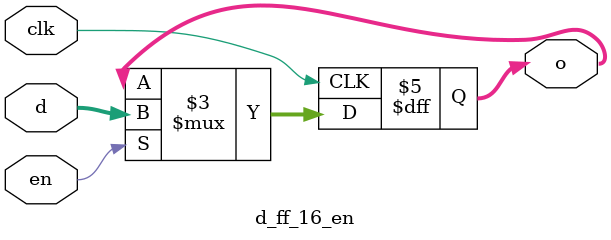
<source format=v>
module lab6(input SIG,CLOCK_50,output [6:0] HEX3,HEX2,HEX1,HEX0);

   wire en_pulse,cnt_clr,ff_en;

   wire [15:0] cnt_out,ff_out; // 16bit counter out and D ff out

   // need to set the two parameters for this module in order
   // for it to generate the correct pulse rate 
	
	// Bero: Using Verilog 2001 syntax
   count_enabler  #(.buswidth(16),.full_count(1771)) C0(SIG,CLOCK_50,en_pulse);

   d_ff           C1(SIG,CLOCK_50,cnt_clr);

   bcd_counter    C2(cnt_clr,en_pulse,CLOCK_50,cnt_out);

   d_ff_16_en     C3(cnt_out,ff_en,CLOCK_50,ff_out);

   one_shot       C4(SIG,CLOCK_50,ff_en);

   // output display section -- modeled behaviorally
   // to function as shown in Figure 3 of Lab
   always @ (posedge CLOCK_50)
      begin
         bintohex(ff_out[15:12],HEX3); // output most sig 7-seg
         bintohex(ff_out[11:8], HEX2);
         bintohex(ff_out[7:4],  HEX1);
         bintohex(ff_out[3:0],  HEX0); // output least sig 7-seg
      end      

   // binary to 7-seg hexadecimal output task
   task bintohex (input [3:0] bin_num, output [6:0] hex_num);
      case (bin_num)
         0  : hex_num <= 7'b1000000;
         1  : hex_num <= 7'b1111001;
         2  : hex_num <= 7'b0100100;
         3  : hex_num <= 7'b0110000;
         4  : hex_num <= 7'b0011001;
         5  : hex_num <= 7'b0010010;
         6  : hex_num <= 7'b0000010;
         7  : hex_num <= 7'b1111000;
         8  : hex_num <= 7'b0000000;
         9  : hex_num <= 7'b0011000;
         10 : hex_num <= 7'b0001000;
         11 : hex_num <= 7'b0000011;
         12 : hex_num <= 7'b1000110;
         13 : hex_num <= 7'b0100001;
         14 : hex_num <= 7'b0000110;
         15 : hex_num <= 7'b0001110;
    default : hex_num <= 7'bx;
      endcase
   endtask

endmodule

// positive pulse active high one-shot element 
//    when the tr input is high this module will produce a single
//    positive pulse and will not produce another pulse until
//    the tr input is low for at least one cycle
// Inputs:
//   tr  -- active high trigger input
//   clk -- global clock input
// Output:
//   o   -- pulse output
module one_shot (input tr,clk,output o);

   reg state;

   assign o = ~state & tr;
   always @(posedge clk)
      begin
         state = tr;
      end

endmodule

// counter enabling module
// produces a one cycle enabling pulse 1/2 master clock
// cycle initially and 1 master clock cycle thereafter
// when reset is low
// need to set the two parameters when this module is instantiated
// in order for it to generate the correct pulse rate.
module count_enabler(input reset,clk,output reg en_out);
   parameter buswidth=10,full_count=957; // default values (not correct)

   reg [buswidth-1:0] count;

   always @ (posedge clk, posedge reset) 
      if (reset)
         begin 
            count = full_count/2; // half count value
            en_out = 1;
         end
      else
         if (count)
            begin
               count = count - 1;
               en_out = 0;
            end
         else
            begin
               count = full_count; // full count value
               en_out = 1;
            end

endmodule

// Advances the 4 "digit" (16 bit) BCD Counter
// to the next value for each rising edge clock
// cycle when the en input is '1'
module bcd_counter(input clear,en,clk, output reg [15:0] o);
	/*
	reg [15:0] counter = 0;
	reg dig1[3:0];
	reg dig2[3:0];
	reg dig3[3:0];
	reg dig4[3:0];
	*/
	reg doClear = 0;
	reg doCount = 0;
	
   always @(posedge clk)
	begin
			o = o + en;
			if (o[3:0] > 9)
			begin
				o[3:0] = 0;
				o[7:4] = o[7:4] + 1;
			end
			if (o[7:4] > 9)
			begin
				o[7:4] = 0;
				o[11:8] = o[11:8] + 1;
			end
			if (o[11:8] > 9)
			begin
				o[11:8] = 0;
				o[15:12] = o[15:12] + 1;
			end
			if (o[15:12] > 9)
			begin
				o[15:12] = 0;
				//o[7:4] = o[7:4] + 1;
			end
			if (clear)
			begin
				o = 0;
			end
	end

endmodule

// A D Flip-flop
module d_ff(input d,clk, output reg o);

   always @ (posedge clk) 
      o = d;

endmodule

// simple 16 bit wide D-FF with enable
module d_ff_16_en(input [15:0] d, input en,clk, output reg [15:0] o);

   always @ (posedge clk) 
      if (en) 
         o=d;
      else
         o=o;

endmodule



</source>
